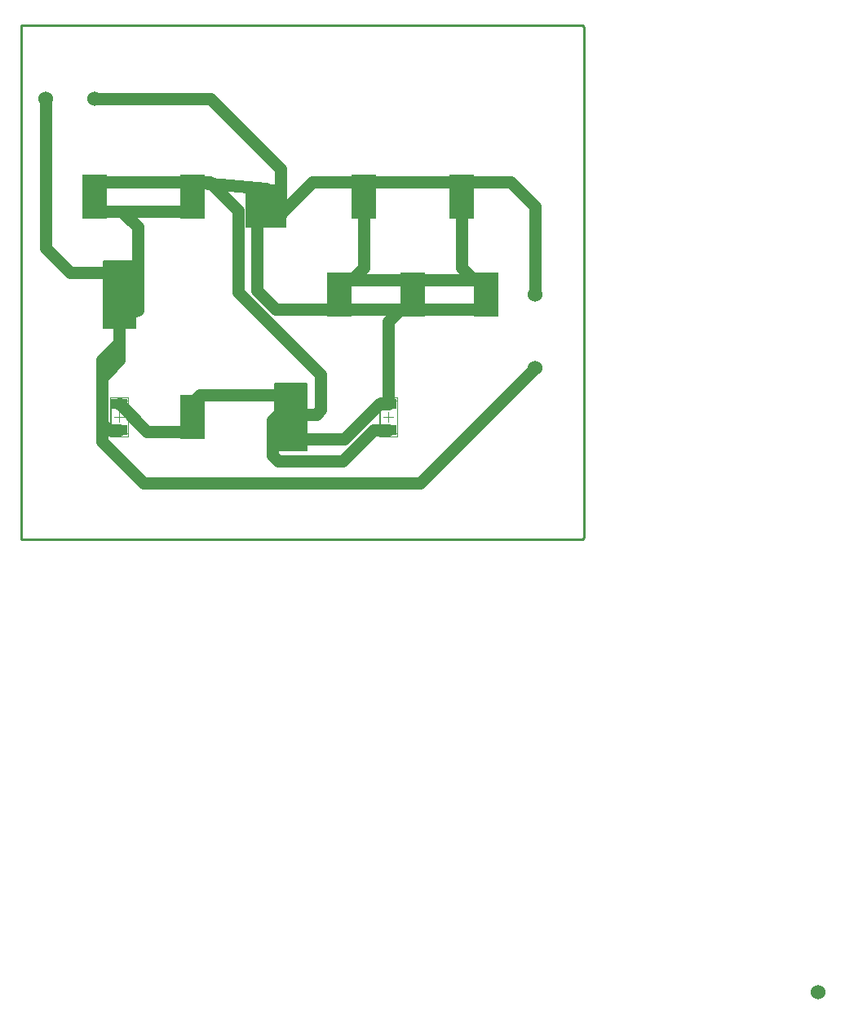
<source format=gtl>
G04*
G04 #@! TF.GenerationSoftware,Altium Limited,Altium Designer,22.0.2 (36)*
G04*
G04 Layer_Physical_Order=1*
G04 Layer_Color=255*
%FSLAX44Y44*%
%MOMM*%
G71*
G04*
G04 #@! TF.SameCoordinates,7D36B465-A226-4CCE-8017-CD82C348BD42*
G04*
G04*
G04 #@! TF.FilePolarity,Positive*
G04*
G01*
G75*
%ADD10C,0.1524*%
%ADD12C,0.2540*%
%ADD13C,0.0000*%
%ADD14C,0.0254*%
%ADD15C,0.1000*%
%ADD16R,1.7500X0.7620*%
%ADD17R,0.5588X1.2700*%
%ADD18R,2.0320X1.8796*%
%ADD19R,1.7000X1.1000*%
%ADD22C,1.2700*%
%ADD23C,1.5240*%
G36*
X1587360Y586994D02*
X1562240D01*
Y632206D01*
X1587360D01*
Y586994D01*
D02*
G37*
G36*
X1485760D02*
X1460640D01*
Y632206D01*
X1485760D01*
Y586994D01*
D02*
G37*
G36*
X1307960D02*
X1282840D01*
Y632206D01*
X1307960D01*
Y586994D01*
D02*
G37*
G36*
X1206360D02*
X1181240D01*
Y632206D01*
X1206360D01*
Y586994D01*
D02*
G37*
G36*
X1392936Y577596D02*
X1350264D01*
Y622300D01*
X1392936D01*
Y577596D01*
D02*
G37*
G36*
X1612760Y485394D02*
X1587640D01*
Y530606D01*
X1612760D01*
Y485394D01*
D02*
G37*
G36*
X1536560D02*
X1511440D01*
Y530606D01*
X1536560D01*
Y485394D01*
D02*
G37*
G36*
X1460360D02*
X1435240D01*
Y530606D01*
X1460360D01*
Y485394D01*
D02*
G37*
G36*
X1235837Y473456D02*
X1202563D01*
Y542544D01*
X1235837D01*
Y473456D01*
D02*
G37*
G36*
X1307960Y358394D02*
X1282840D01*
Y403606D01*
X1307960D01*
Y358394D01*
D02*
G37*
G36*
X1413637Y346456D02*
X1380363D01*
Y415544D01*
X1413637D01*
Y346456D01*
D02*
G37*
D10*
X1205090Y588264D02*
Y630936D01*
X1182510D02*
X1205090D01*
X1182510Y588264D02*
Y630936D01*
Y588264D02*
X1205090D01*
X1357116Y581406D02*
X1386084D01*
X1357116D02*
Y590423D01*
X1386084Y581406D02*
Y590423D01*
X1354074D02*
X1357116D01*
X1386084D02*
X1389126D01*
Y609473D01*
X1376934D02*
X1389126D01*
X1376934D02*
Y618490D01*
X1366266D02*
X1376934D01*
X1366266Y609473D02*
Y618490D01*
X1354074Y609473D02*
X1366266D01*
X1354074Y590423D02*
Y609473D01*
X1202563Y473456D02*
X1235837D01*
X1202563D02*
Y542544D01*
X1235837D01*
Y473456D02*
Y542544D01*
X1306690Y588264D02*
Y630936D01*
X1284110D02*
X1306690D01*
X1284110Y588264D02*
Y630936D01*
Y588264D02*
X1306690D01*
X1586090D02*
Y630936D01*
X1563510D02*
X1586090D01*
X1563510Y588264D02*
Y630936D01*
Y588264D02*
X1586090D01*
X1484490D02*
Y630936D01*
X1461910D02*
X1484490D01*
X1461910Y588264D02*
Y630936D01*
Y588264D02*
X1484490D01*
X1611490Y486664D02*
Y529336D01*
X1588910D02*
X1611490D01*
X1588910Y486664D02*
Y529336D01*
Y486664D02*
X1611490D01*
X1535290D02*
Y529336D01*
X1512710D02*
X1535290D01*
X1512710Y486664D02*
Y529336D01*
Y486664D02*
X1535290D01*
X1459090D02*
Y529336D01*
X1436510D02*
X1459090D01*
X1436510Y486664D02*
Y529336D01*
Y486664D02*
X1459090D01*
X1380363Y346456D02*
X1413637D01*
X1380363D02*
Y415544D01*
X1413637D01*
Y346456D02*
Y415544D01*
X1306690Y359664D02*
Y402336D01*
X1284110D02*
X1306690D01*
X1284110Y359664D02*
Y402336D01*
Y359664D02*
X1306690D01*
D12*
X1117600Y787400D02*
X1700312D01*
X1701800Y785912D01*
X1700312Y254000D02*
X1701800Y255488D01*
X1117600Y254000D02*
X1700312D01*
X1701800Y255488D02*
Y785912D01*
X1117600Y254000D02*
Y787400D01*
D13*
X1360424Y595503D02*
G03*
X1360424Y595503I-1270J0D01*
G01*
X1219962Y485394D02*
G03*
X1219962Y485394I-762J0D01*
G01*
X1397762Y358394D02*
G03*
X1397762Y358394I-762J0D01*
G01*
D14*
X1185050Y592836D02*
X1202550D01*
X1185050D02*
Y626364D01*
X1202550D01*
Y592836D02*
Y626364D01*
X1185050Y620776D02*
Y626364D01*
X1202550D01*
Y620776D02*
Y626364D01*
X1185050Y620776D02*
X1202550D01*
Y592836D02*
Y598424D01*
X1185050Y592836D02*
X1202550D01*
X1185050D02*
Y598424D01*
X1202550D01*
X1356614Y592963D02*
Y606933D01*
X1386586D01*
Y592963D02*
Y606933D01*
X1356614Y592963D02*
X1386586D01*
X1369060Y606933D02*
Y612394D01*
X1374140D01*
Y606933D02*
Y612394D01*
X1369060Y606933D02*
X1374140D01*
X1383290Y587502D02*
Y592963D01*
X1378210Y587502D02*
X1383290D01*
X1378210D02*
Y592963D01*
X1383290D01*
X1364990Y587502D02*
Y592963D01*
X1359910Y587502D02*
X1364990D01*
X1359910D02*
Y592963D01*
X1364990D01*
X1209294Y485394D02*
X1229106D01*
X1209294Y479552D02*
Y485394D01*
Y479552D02*
X1229106D01*
Y485394D01*
X1209294Y530606D02*
X1229106D01*
Y536448D01*
X1209294D02*
X1229106D01*
X1209294Y530606D02*
Y536448D01*
X1205103Y492443D02*
X1212151Y485394D01*
X1226248D02*
X1233297Y492443D01*
Y485394D02*
Y530606D01*
X1205103D02*
X1233297D01*
X1205103Y485394D02*
Y530606D01*
Y485394D02*
X1233297D01*
X1286650Y592836D02*
X1304150D01*
X1286650D02*
Y626364D01*
X1304150D01*
Y592836D02*
Y626364D01*
X1286650Y620776D02*
Y626364D01*
X1304150D01*
Y620776D02*
Y626364D01*
X1286650Y620776D02*
X1304150D01*
Y592836D02*
Y598424D01*
X1286650Y592836D02*
X1304150D01*
X1286650D02*
Y598424D01*
X1304150D01*
X1566050Y592836D02*
X1583550D01*
X1566050D02*
Y626364D01*
X1583550D01*
Y592836D02*
Y626364D01*
X1566050Y620776D02*
Y626364D01*
X1583550D01*
Y620776D02*
Y626364D01*
X1566050Y620776D02*
X1583550D01*
Y592836D02*
Y598424D01*
X1566050Y592836D02*
X1583550D01*
X1566050D02*
Y598424D01*
X1583550D01*
X1464450Y592836D02*
X1481950D01*
X1464450D02*
Y626364D01*
X1481950D01*
Y592836D02*
Y626364D01*
X1464450Y620776D02*
Y626364D01*
X1481950D01*
Y620776D02*
Y626364D01*
X1464450Y620776D02*
X1481950D01*
Y592836D02*
Y598424D01*
X1464450Y592836D02*
X1481950D01*
X1464450D02*
Y598424D01*
X1481950D01*
X1591450Y491236D02*
X1608950D01*
X1591450D02*
Y524764D01*
X1608950D01*
Y491236D02*
Y524764D01*
X1591450Y519176D02*
Y524764D01*
X1608950D01*
Y519176D02*
Y524764D01*
X1591450Y519176D02*
X1608950D01*
Y491236D02*
Y496824D01*
X1591450Y491236D02*
X1608950D01*
X1591450D02*
Y496824D01*
X1608950D01*
X1515250Y491236D02*
X1532750D01*
X1515250D02*
Y524764D01*
X1532750D01*
Y491236D02*
Y524764D01*
X1515250Y519176D02*
Y524764D01*
X1532750D01*
Y519176D02*
Y524764D01*
X1515250Y519176D02*
X1532750D01*
Y491236D02*
Y496824D01*
X1515250Y491236D02*
X1532750D01*
X1515250D02*
Y496824D01*
X1532750D01*
X1439050Y491236D02*
X1456550D01*
X1439050D02*
Y524764D01*
X1456550D01*
Y491236D02*
Y524764D01*
X1439050Y519176D02*
Y524764D01*
X1456550D01*
Y519176D02*
Y524764D01*
X1439050Y519176D02*
X1456550D01*
Y491236D02*
Y496824D01*
X1439050Y491236D02*
X1456550D01*
X1439050D02*
Y496824D01*
X1456550D01*
X1387094Y358394D02*
X1406906D01*
X1387094Y352552D02*
Y358394D01*
Y352552D02*
X1406906D01*
Y358394D01*
X1387094Y403606D02*
X1406906D01*
Y409448D01*
X1387094D02*
X1406906D01*
X1387094Y403606D02*
Y409448D01*
X1382903Y365443D02*
X1389951Y358394D01*
X1404048D02*
X1411097Y365443D01*
Y358394D02*
Y403606D01*
X1382903D02*
X1411097D01*
X1382903Y358394D02*
Y403606D01*
Y358394D02*
X1411097D01*
X1286650Y364236D02*
X1304150D01*
X1286650D02*
Y397764D01*
X1304150D01*
Y364236D02*
Y397764D01*
X1286650Y392176D02*
Y397764D01*
X1304150D01*
Y392176D02*
Y397764D01*
X1286650Y392176D02*
X1304150D01*
Y364236D02*
Y369824D01*
X1286650Y364236D02*
X1304150D01*
X1286650D02*
Y369824D01*
X1304150D01*
D15*
X1228200Y364000D02*
Y398000D01*
X1210200Y364000D02*
Y398000D01*
X1228200D01*
X1210200Y364000D02*
X1228200D01*
X1507600D02*
Y398000D01*
X1489600Y364000D02*
Y398000D01*
X1507600D01*
X1489600Y364000D02*
X1507600D01*
X1214200Y381000D02*
X1224200D01*
X1219200Y376000D02*
Y386000D01*
X1228700Y361000D02*
Y401000D01*
X1209700Y361000D02*
Y401000D01*
X1228700D01*
X1209700Y361000D02*
X1228700D01*
X1493600Y381000D02*
X1503600D01*
X1498600Y376000D02*
Y386000D01*
X1508100Y361000D02*
Y401000D01*
X1489100Y361000D02*
Y401000D01*
X1508100D01*
X1489100Y361000D02*
X1508100D01*
D16*
X1193800Y624586D02*
D03*
Y594614D02*
D03*
X1295400Y624586D02*
D03*
Y594614D02*
D03*
X1574800Y624586D02*
D03*
Y594614D02*
D03*
X1473200Y624586D02*
D03*
Y594614D02*
D03*
X1600200Y522986D02*
D03*
Y493014D02*
D03*
X1524000Y522986D02*
D03*
Y493014D02*
D03*
X1447800Y522986D02*
D03*
Y493014D02*
D03*
X1295400Y395986D02*
D03*
Y366014D02*
D03*
D17*
X1371600Y609600D02*
D03*
X1380750Y590296D02*
D03*
X1362450D02*
D03*
D18*
X1219200Y485394D02*
D03*
Y530606D02*
D03*
X1397000Y358394D02*
D03*
Y403606D02*
D03*
D19*
X1219200Y394500D02*
D03*
Y367500D02*
D03*
X1498600Y394500D02*
D03*
Y367500D02*
D03*
D22*
X1219200Y458470D02*
Y485394D01*
Y440182D02*
Y458470D01*
X1193800Y594614D02*
X1221740D01*
X1386840Y592074D02*
Y638302D01*
Y590296D02*
Y592074D01*
X1419352Y624586D01*
X1385062Y590296D02*
X1386840Y592074D01*
X1447800Y493014D02*
X1511300D01*
X1314796Y622970D02*
X1371600Y618236D01*
X1295400Y624586D02*
X1314796Y622970D01*
X1342390Y595376D01*
X1313180Y624586D02*
X1314796Y622970D01*
X1460500Y522986D02*
X1524000D01*
X1221740Y594614D02*
X1238250Y578104D01*
Y491744D02*
Y578104D01*
X1219200Y485394D02*
X1238250Y491744D01*
X1380750Y590296D02*
X1385062D01*
X1386840D01*
X1313942Y711200D02*
X1386840Y638302D01*
X1193800Y711200D02*
X1313942D01*
X1511300Y493014D02*
X1524000D01*
X1498600Y480314D02*
X1511300Y493014D01*
X1498600Y394500D02*
Y480314D01*
X1362450Y512578D02*
Y590296D01*
Y512578D02*
X1382014Y493014D01*
X1447800D01*
X1303020Y403606D02*
X1397000D01*
X1295400Y395986D02*
X1303020Y403606D01*
X1295400Y624586D02*
X1313180D01*
X1342390Y511048D02*
Y595376D01*
Y511048D02*
X1428496Y424942D01*
Y388366D02*
Y424942D01*
X1424178Y384048D02*
X1428496Y388366D01*
X1384300Y384048D02*
X1424178D01*
X1377950Y377698D02*
X1384300Y384048D01*
X1377950Y341376D02*
Y377698D01*
Y341376D02*
X1384300Y335026D01*
X1451140D01*
X1483614Y367500D01*
X1498600D01*
X1371600Y609600D02*
Y618236D01*
X1473200Y535686D02*
Y594614D01*
X1460500Y522986D02*
X1473200Y535686D01*
X1447800Y522986D02*
X1460500D01*
X1574800Y535686D02*
Y594614D01*
Y535686D02*
X1587500Y522986D01*
X1600200D01*
X1488986Y394500D02*
X1498600D01*
X1452880Y358394D02*
X1488986Y394500D01*
X1397000Y358394D02*
X1452880D01*
X1574800Y624586D02*
X1625600D01*
X1651000Y599186D01*
Y508000D02*
Y599186D01*
X1143000Y556006D02*
Y711200D01*
Y556006D02*
X1168400Y530606D01*
X1219200D01*
X1200912Y440182D02*
X1219200Y458470D01*
X1200912Y355600D02*
Y440182D01*
Y355600D02*
X1244346Y312166D01*
X1531366D01*
X1651000Y431800D01*
X1208110Y367500D02*
X1219200D01*
X1200960Y374650D02*
X1208110Y367500D01*
X1200960Y374650D02*
Y421942D01*
X1219200Y440182D01*
X1248118Y366014D02*
X1295400D01*
X1219632Y394500D02*
X1248118Y366014D01*
X1219200Y394500D02*
X1219632D01*
X1419352Y624586D02*
X1473200D01*
X1221740Y594614D02*
X1295400D01*
X1473200Y624586D02*
X1574800D01*
X1524000Y493014D02*
X1600200D01*
X1193800Y624586D02*
X1295400D01*
X1524000Y522986D02*
X1587500D01*
D23*
X1651000Y508000D02*
D03*
Y431800D02*
D03*
X1143000Y711200D02*
D03*
X1193800D02*
D03*
X1944370Y-215900D02*
D03*
M02*

</source>
